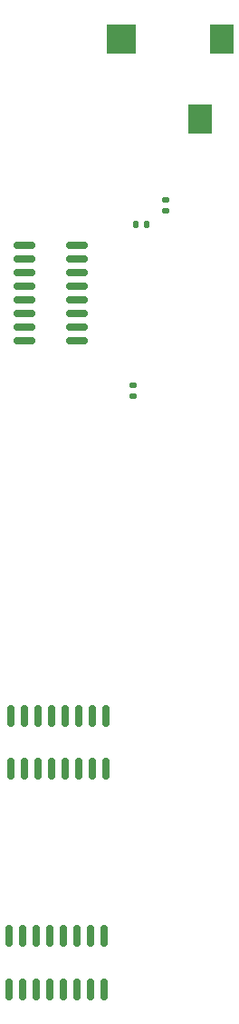
<source format=gbr>
%TF.GenerationSoftware,KiCad,Pcbnew,8.0.8*%
%TF.CreationDate,2025-03-24T10:48:50+01:00*%
%TF.ProjectId,Unit,556e6974-2e6b-4696-9361-645f70636258,rev?*%
%TF.SameCoordinates,Original*%
%TF.FileFunction,Paste,Top*%
%TF.FilePolarity,Positive*%
%FSLAX46Y46*%
G04 Gerber Fmt 4.6, Leading zero omitted, Abs format (unit mm)*
G04 Created by KiCad (PCBNEW 8.0.8) date 2025-03-24 10:48:50*
%MOMM*%
%LPD*%
G01*
G04 APERTURE LIST*
G04 Aperture macros list*
%AMRoundRect*
0 Rectangle with rounded corners*
0 $1 Rounding radius*
0 $2 $3 $4 $5 $6 $7 $8 $9 X,Y pos of 4 corners*
0 Add a 4 corners polygon primitive as box body*
4,1,4,$2,$3,$4,$5,$6,$7,$8,$9,$2,$3,0*
0 Add four circle primitives for the rounded corners*
1,1,$1+$1,$2,$3*
1,1,$1+$1,$4,$5*
1,1,$1+$1,$6,$7*
1,1,$1+$1,$8,$9*
0 Add four rect primitives between the rounded corners*
20,1,$1+$1,$2,$3,$4,$5,0*
20,1,$1+$1,$4,$5,$6,$7,0*
20,1,$1+$1,$6,$7,$8,$9,0*
20,1,$1+$1,$8,$9,$2,$3,0*%
G04 Aperture macros list end*
%ADD10RoundRect,0.135000X-0.185000X0.135000X-0.185000X-0.135000X0.185000X-0.135000X0.185000X0.135000X0*%
%ADD11R,2.200000X2.800000*%
%ADD12R,2.800000X2.800000*%
%ADD13RoundRect,0.150000X0.150000X-0.825000X0.150000X0.825000X-0.150000X0.825000X-0.150000X-0.825000X0*%
%ADD14RoundRect,0.150000X-0.825000X-0.150000X0.825000X-0.150000X0.825000X0.150000X-0.825000X0.150000X0*%
%ADD15RoundRect,0.135000X-0.135000X-0.185000X0.135000X-0.185000X0.135000X0.185000X-0.135000X0.185000X0*%
%ADD16RoundRect,0.135000X0.185000X-0.135000X0.185000X0.135000X-0.185000X0.135000X-0.185000X-0.135000X0*%
G04 APERTURE END LIST*
D10*
%TO.C,R31*%
X159219873Y-32770000D03*
X159219873Y-33790000D03*
%TD*%
D11*
%TO.C,J14*%
X162469873Y-25180000D03*
X164469873Y-17780000D03*
D12*
X155069873Y-17780000D03*
%TD*%
D13*
%TO.C,U3*%
X144774873Y-85755000D03*
X146044873Y-85755000D03*
X147314873Y-85755000D03*
X148584873Y-85755000D03*
X149854873Y-85755000D03*
X151124873Y-85755000D03*
X152394873Y-85755000D03*
X153664873Y-85755000D03*
X153664873Y-80805000D03*
X152394873Y-80805000D03*
X151124873Y-80805000D03*
X149854873Y-80805000D03*
X148584873Y-80805000D03*
X147314873Y-80805000D03*
X146044873Y-80805000D03*
X144774873Y-80805000D03*
%TD*%
D14*
%TO.C,U2*%
X146019873Y-37010000D03*
X146019873Y-38280000D03*
X146019873Y-39550000D03*
X146019873Y-40820000D03*
X146019873Y-42090000D03*
X146019873Y-43360000D03*
X146019873Y-44630000D03*
X146019873Y-45900000D03*
X150969873Y-45900000D03*
X150969873Y-44630000D03*
X150969873Y-43360000D03*
X150969873Y-42090000D03*
X150969873Y-40820000D03*
X150969873Y-39550000D03*
X150969873Y-38280000D03*
X150969873Y-37010000D03*
%TD*%
D15*
%TO.C,R30*%
X156459873Y-35030000D03*
X157479873Y-35030000D03*
%TD*%
D13*
%TO.C,U1*%
X144577537Y-106280000D03*
X145847537Y-106280000D03*
X147117537Y-106280000D03*
X148387537Y-106280000D03*
X149657537Y-106280000D03*
X150927537Y-106280000D03*
X152197537Y-106280000D03*
X153467537Y-106280000D03*
X153467537Y-101330000D03*
X152197537Y-101330000D03*
X150927537Y-101330000D03*
X149657537Y-101330000D03*
X148387537Y-101330000D03*
X147117537Y-101330000D03*
X145847537Y-101330000D03*
X144577537Y-101330000D03*
%TD*%
D16*
%TO.C,R29*%
X156219873Y-51040000D03*
X156219873Y-50020000D03*
%TD*%
M02*

</source>
